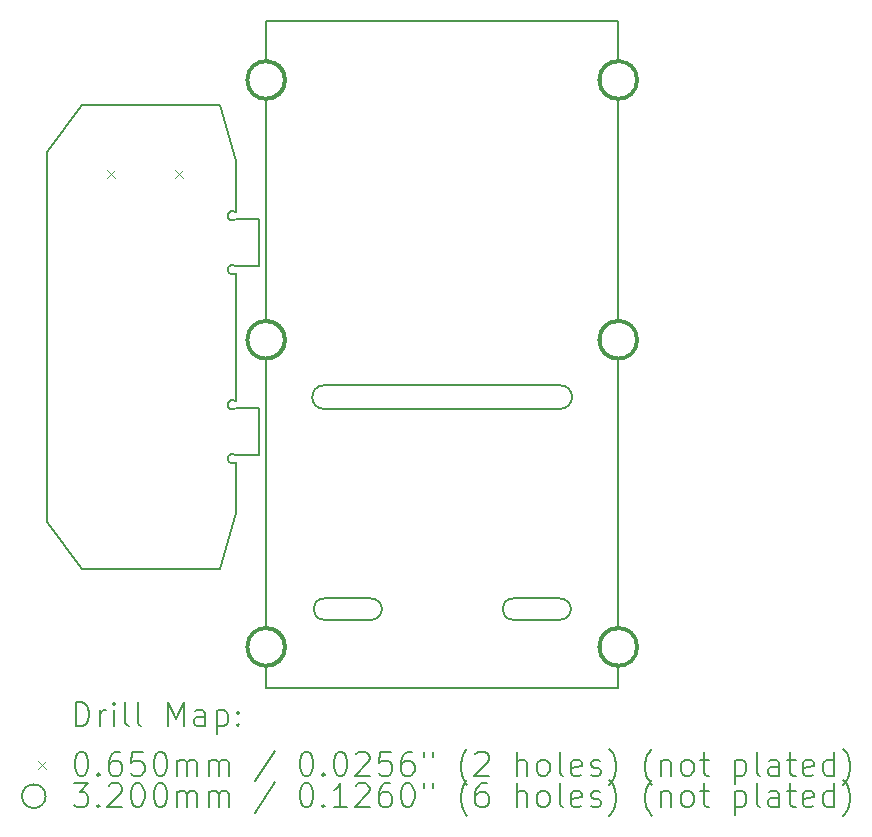
<source format=gbr>
%FSLAX45Y45*%
G04 Gerber Fmt 4.5, Leading zero omitted, Abs format (unit mm)*
G04 Created by KiCad (PCBNEW (6.0.0)) date 2022-07-15 20:41:04*
%MOMM*%
%LPD*%
G01*
G04 APERTURE LIST*
%TA.AperFunction,Profile*%
%ADD10C,0.200000*%
%TD*%
%ADD11C,0.200000*%
%ADD12C,0.065000*%
%ADD13C,0.320000*%
G04 APERTURE END LIST*
D10*
X16060584Y-11884220D02*
X15660584Y-11884220D01*
X13570584Y-9664220D02*
G75*
G03*
X13570584Y-9364220I1J150000D01*
G01*
X13312540Y-8436112D02*
X13312540Y-8002680D01*
X12012540Y-11457680D02*
X13179540Y-11457680D01*
X12012540Y-7527680D02*
X11712540Y-7927680D01*
X16550584Y-7164220D02*
G75*
G03*
X16550584Y-7464220I1J-150000D01*
G01*
X13570584Y-11964220D02*
X13570584Y-9664220D01*
X16060584Y-11884220D02*
G75*
G03*
X16060584Y-11704220I1J90000D01*
G01*
X16550584Y-9364220D02*
G75*
G03*
X16550584Y-9664220I1J-150000D01*
G01*
X13507540Y-10492680D02*
X13507540Y-10092680D01*
X11712540Y-7927680D02*
X11712540Y-11057680D01*
X13570584Y-7464220D02*
G75*
G03*
X13570584Y-7164220I1J150000D01*
G01*
X14460584Y-11884220D02*
X14060584Y-11884220D01*
X16550584Y-12464220D02*
X13570584Y-12464220D01*
X15660584Y-11704220D02*
X16060584Y-11704220D01*
X13507540Y-10092680D02*
X13312540Y-10092680D01*
X14060584Y-10099220D02*
X16060584Y-10099220D01*
X14460584Y-11884220D02*
G75*
G03*
X14460584Y-11704220I1J90000D01*
G01*
X13312540Y-10492680D02*
X13507540Y-10492680D01*
X13507540Y-8892680D02*
X13507540Y-8492680D01*
X13570584Y-12264220D02*
G75*
G03*
X13570584Y-11964220I1J150000D01*
G01*
X13507540Y-8492680D02*
X13312540Y-8492680D01*
X14060584Y-11704220D02*
G75*
G03*
X14060584Y-11884220I1J-90000D01*
G01*
X13312540Y-8002680D02*
X13179540Y-7527680D01*
X13570584Y-9364220D02*
X13570584Y-7464220D01*
X13312540Y-10492680D02*
G75*
G03*
X13312540Y-10549249I-28284J-28284D01*
G01*
X13312540Y-8436112D02*
G75*
G03*
X13312540Y-8492680I-28284J-28284D01*
G01*
X13570584Y-6814220D02*
X16550584Y-6814220D01*
X16550584Y-6814220D02*
X16550584Y-7164220D01*
X13312540Y-10036112D02*
G75*
G03*
X13312540Y-10092680I-28284J-28284D01*
G01*
X16550584Y-12264220D02*
X16550584Y-12464220D01*
X13570584Y-12464220D02*
X13570584Y-12264220D01*
X14060584Y-11704220D02*
X14460584Y-11704220D01*
X16550584Y-9664220D02*
X16550584Y-11964220D01*
X14060584Y-9899220D02*
G75*
G03*
X14060584Y-10099220I1J-100000D01*
G01*
X15660584Y-11704220D02*
G75*
G03*
X15660584Y-11884220I1J-90000D01*
G01*
X13570584Y-7164220D02*
X13570584Y-6814220D01*
X13312540Y-10036112D02*
X13312540Y-8949249D01*
X16060584Y-10099220D02*
G75*
G03*
X16060584Y-9899220I1J100000D01*
G01*
X16550584Y-7464220D02*
X16550584Y-9364220D01*
X13179540Y-11457680D02*
X13312540Y-10982680D01*
X16550584Y-11964220D02*
G75*
G03*
X16550584Y-12264220I1J-150000D01*
G01*
X13312540Y-8892680D02*
X13507540Y-8892680D01*
X13312540Y-8892680D02*
G75*
G03*
X13312540Y-8949249I-28284J-28284D01*
G01*
X16060584Y-9899220D02*
X14060584Y-9899220D01*
X11712540Y-11057680D02*
X12012540Y-11457680D01*
X13312540Y-10982680D02*
X13312540Y-10549249D01*
X13179540Y-7527680D02*
X12012540Y-7527680D01*
D11*
D12*
X12221400Y-8079700D02*
X12286400Y-8144700D01*
X12286400Y-8079700D02*
X12221400Y-8144700D01*
X12799400Y-8079700D02*
X12864400Y-8144700D01*
X12864400Y-8079700D02*
X12799400Y-8144700D01*
D13*
X13730584Y-7314220D02*
G75*
G03*
X13730584Y-7314220I-160000J0D01*
G01*
X13730584Y-9514220D02*
G75*
G03*
X13730584Y-9514220I-160000J0D01*
G01*
X13730584Y-12114220D02*
G75*
G03*
X13730584Y-12114220I-160000J0D01*
G01*
X16710584Y-7314220D02*
G75*
G03*
X16710584Y-7314220I-160000J0D01*
G01*
X16710584Y-9514220D02*
G75*
G03*
X16710584Y-9514220I-160000J0D01*
G01*
X16710584Y-12114220D02*
G75*
G03*
X16710584Y-12114220I-160000J0D01*
G01*
D11*
X11960159Y-12784696D02*
X11960159Y-12584696D01*
X12007778Y-12584696D01*
X12036349Y-12594220D01*
X12055397Y-12613268D01*
X12064921Y-12632315D01*
X12074445Y-12670410D01*
X12074445Y-12698982D01*
X12064921Y-12737077D01*
X12055397Y-12756125D01*
X12036349Y-12775172D01*
X12007778Y-12784696D01*
X11960159Y-12784696D01*
X12160159Y-12784696D02*
X12160159Y-12651363D01*
X12160159Y-12689458D02*
X12169683Y-12670410D01*
X12179207Y-12660887D01*
X12198254Y-12651363D01*
X12217302Y-12651363D01*
X12283968Y-12784696D02*
X12283968Y-12651363D01*
X12283968Y-12584696D02*
X12274445Y-12594220D01*
X12283968Y-12603744D01*
X12293492Y-12594220D01*
X12283968Y-12584696D01*
X12283968Y-12603744D01*
X12407778Y-12784696D02*
X12388730Y-12775172D01*
X12379207Y-12756125D01*
X12379207Y-12584696D01*
X12512540Y-12784696D02*
X12493492Y-12775172D01*
X12483968Y-12756125D01*
X12483968Y-12584696D01*
X12741111Y-12784696D02*
X12741111Y-12584696D01*
X12807778Y-12727553D01*
X12874445Y-12584696D01*
X12874445Y-12784696D01*
X13055397Y-12784696D02*
X13055397Y-12679934D01*
X13045873Y-12660887D01*
X13026826Y-12651363D01*
X12988730Y-12651363D01*
X12969683Y-12660887D01*
X13055397Y-12775172D02*
X13036349Y-12784696D01*
X12988730Y-12784696D01*
X12969683Y-12775172D01*
X12960159Y-12756125D01*
X12960159Y-12737077D01*
X12969683Y-12718029D01*
X12988730Y-12708506D01*
X13036349Y-12708506D01*
X13055397Y-12698982D01*
X13150635Y-12651363D02*
X13150635Y-12851363D01*
X13150635Y-12660887D02*
X13169683Y-12651363D01*
X13207778Y-12651363D01*
X13226826Y-12660887D01*
X13236349Y-12670410D01*
X13245873Y-12689458D01*
X13245873Y-12746601D01*
X13236349Y-12765648D01*
X13226826Y-12775172D01*
X13207778Y-12784696D01*
X13169683Y-12784696D01*
X13150635Y-12775172D01*
X13331588Y-12765648D02*
X13341111Y-12775172D01*
X13331588Y-12784696D01*
X13322064Y-12775172D01*
X13331588Y-12765648D01*
X13331588Y-12784696D01*
X13331588Y-12660887D02*
X13341111Y-12670410D01*
X13331588Y-12679934D01*
X13322064Y-12670410D01*
X13331588Y-12660887D01*
X13331588Y-12679934D01*
D12*
X11637540Y-13081720D02*
X11702540Y-13146720D01*
X11702540Y-13081720D02*
X11637540Y-13146720D01*
D11*
X11998254Y-13004696D02*
X12017302Y-13004696D01*
X12036349Y-13014220D01*
X12045873Y-13023744D01*
X12055397Y-13042791D01*
X12064921Y-13080887D01*
X12064921Y-13128506D01*
X12055397Y-13166601D01*
X12045873Y-13185648D01*
X12036349Y-13195172D01*
X12017302Y-13204696D01*
X11998254Y-13204696D01*
X11979207Y-13195172D01*
X11969683Y-13185648D01*
X11960159Y-13166601D01*
X11950635Y-13128506D01*
X11950635Y-13080887D01*
X11960159Y-13042791D01*
X11969683Y-13023744D01*
X11979207Y-13014220D01*
X11998254Y-13004696D01*
X12150635Y-13185648D02*
X12160159Y-13195172D01*
X12150635Y-13204696D01*
X12141111Y-13195172D01*
X12150635Y-13185648D01*
X12150635Y-13204696D01*
X12331588Y-13004696D02*
X12293492Y-13004696D01*
X12274445Y-13014220D01*
X12264921Y-13023744D01*
X12245873Y-13052315D01*
X12236349Y-13090410D01*
X12236349Y-13166601D01*
X12245873Y-13185648D01*
X12255397Y-13195172D01*
X12274445Y-13204696D01*
X12312540Y-13204696D01*
X12331588Y-13195172D01*
X12341111Y-13185648D01*
X12350635Y-13166601D01*
X12350635Y-13118982D01*
X12341111Y-13099934D01*
X12331588Y-13090410D01*
X12312540Y-13080887D01*
X12274445Y-13080887D01*
X12255397Y-13090410D01*
X12245873Y-13099934D01*
X12236349Y-13118982D01*
X12531588Y-13004696D02*
X12436349Y-13004696D01*
X12426826Y-13099934D01*
X12436349Y-13090410D01*
X12455397Y-13080887D01*
X12503016Y-13080887D01*
X12522064Y-13090410D01*
X12531588Y-13099934D01*
X12541111Y-13118982D01*
X12541111Y-13166601D01*
X12531588Y-13185648D01*
X12522064Y-13195172D01*
X12503016Y-13204696D01*
X12455397Y-13204696D01*
X12436349Y-13195172D01*
X12426826Y-13185648D01*
X12664921Y-13004696D02*
X12683968Y-13004696D01*
X12703016Y-13014220D01*
X12712540Y-13023744D01*
X12722064Y-13042791D01*
X12731588Y-13080887D01*
X12731588Y-13128506D01*
X12722064Y-13166601D01*
X12712540Y-13185648D01*
X12703016Y-13195172D01*
X12683968Y-13204696D01*
X12664921Y-13204696D01*
X12645873Y-13195172D01*
X12636349Y-13185648D01*
X12626826Y-13166601D01*
X12617302Y-13128506D01*
X12617302Y-13080887D01*
X12626826Y-13042791D01*
X12636349Y-13023744D01*
X12645873Y-13014220D01*
X12664921Y-13004696D01*
X12817302Y-13204696D02*
X12817302Y-13071363D01*
X12817302Y-13090410D02*
X12826826Y-13080887D01*
X12845873Y-13071363D01*
X12874445Y-13071363D01*
X12893492Y-13080887D01*
X12903016Y-13099934D01*
X12903016Y-13204696D01*
X12903016Y-13099934D02*
X12912540Y-13080887D01*
X12931588Y-13071363D01*
X12960159Y-13071363D01*
X12979207Y-13080887D01*
X12988730Y-13099934D01*
X12988730Y-13204696D01*
X13083968Y-13204696D02*
X13083968Y-13071363D01*
X13083968Y-13090410D02*
X13093492Y-13080887D01*
X13112540Y-13071363D01*
X13141111Y-13071363D01*
X13160159Y-13080887D01*
X13169683Y-13099934D01*
X13169683Y-13204696D01*
X13169683Y-13099934D02*
X13179207Y-13080887D01*
X13198254Y-13071363D01*
X13226826Y-13071363D01*
X13245873Y-13080887D01*
X13255397Y-13099934D01*
X13255397Y-13204696D01*
X13645873Y-12995172D02*
X13474445Y-13252315D01*
X13903016Y-13004696D02*
X13922064Y-13004696D01*
X13941111Y-13014220D01*
X13950635Y-13023744D01*
X13960159Y-13042791D01*
X13969683Y-13080887D01*
X13969683Y-13128506D01*
X13960159Y-13166601D01*
X13950635Y-13185648D01*
X13941111Y-13195172D01*
X13922064Y-13204696D01*
X13903016Y-13204696D01*
X13883968Y-13195172D01*
X13874445Y-13185648D01*
X13864921Y-13166601D01*
X13855397Y-13128506D01*
X13855397Y-13080887D01*
X13864921Y-13042791D01*
X13874445Y-13023744D01*
X13883968Y-13014220D01*
X13903016Y-13004696D01*
X14055397Y-13185648D02*
X14064921Y-13195172D01*
X14055397Y-13204696D01*
X14045873Y-13195172D01*
X14055397Y-13185648D01*
X14055397Y-13204696D01*
X14188730Y-13004696D02*
X14207778Y-13004696D01*
X14226826Y-13014220D01*
X14236349Y-13023744D01*
X14245873Y-13042791D01*
X14255397Y-13080887D01*
X14255397Y-13128506D01*
X14245873Y-13166601D01*
X14236349Y-13185648D01*
X14226826Y-13195172D01*
X14207778Y-13204696D01*
X14188730Y-13204696D01*
X14169683Y-13195172D01*
X14160159Y-13185648D01*
X14150635Y-13166601D01*
X14141111Y-13128506D01*
X14141111Y-13080887D01*
X14150635Y-13042791D01*
X14160159Y-13023744D01*
X14169683Y-13014220D01*
X14188730Y-13004696D01*
X14331588Y-13023744D02*
X14341111Y-13014220D01*
X14360159Y-13004696D01*
X14407778Y-13004696D01*
X14426826Y-13014220D01*
X14436349Y-13023744D01*
X14445873Y-13042791D01*
X14445873Y-13061839D01*
X14436349Y-13090410D01*
X14322064Y-13204696D01*
X14445873Y-13204696D01*
X14626826Y-13004696D02*
X14531588Y-13004696D01*
X14522064Y-13099934D01*
X14531588Y-13090410D01*
X14550635Y-13080887D01*
X14598254Y-13080887D01*
X14617302Y-13090410D01*
X14626826Y-13099934D01*
X14636349Y-13118982D01*
X14636349Y-13166601D01*
X14626826Y-13185648D01*
X14617302Y-13195172D01*
X14598254Y-13204696D01*
X14550635Y-13204696D01*
X14531588Y-13195172D01*
X14522064Y-13185648D01*
X14807778Y-13004696D02*
X14769683Y-13004696D01*
X14750635Y-13014220D01*
X14741111Y-13023744D01*
X14722064Y-13052315D01*
X14712540Y-13090410D01*
X14712540Y-13166601D01*
X14722064Y-13185648D01*
X14731588Y-13195172D01*
X14750635Y-13204696D01*
X14788730Y-13204696D01*
X14807778Y-13195172D01*
X14817302Y-13185648D01*
X14826826Y-13166601D01*
X14826826Y-13118982D01*
X14817302Y-13099934D01*
X14807778Y-13090410D01*
X14788730Y-13080887D01*
X14750635Y-13080887D01*
X14731588Y-13090410D01*
X14722064Y-13099934D01*
X14712540Y-13118982D01*
X14903016Y-13004696D02*
X14903016Y-13042791D01*
X14979207Y-13004696D02*
X14979207Y-13042791D01*
X15274445Y-13280887D02*
X15264921Y-13271363D01*
X15245873Y-13242791D01*
X15236349Y-13223744D01*
X15226826Y-13195172D01*
X15217302Y-13147553D01*
X15217302Y-13109458D01*
X15226826Y-13061839D01*
X15236349Y-13033268D01*
X15245873Y-13014220D01*
X15264921Y-12985648D01*
X15274445Y-12976125D01*
X15341111Y-13023744D02*
X15350635Y-13014220D01*
X15369683Y-13004696D01*
X15417302Y-13004696D01*
X15436349Y-13014220D01*
X15445873Y-13023744D01*
X15455397Y-13042791D01*
X15455397Y-13061839D01*
X15445873Y-13090410D01*
X15331588Y-13204696D01*
X15455397Y-13204696D01*
X15693492Y-13204696D02*
X15693492Y-13004696D01*
X15779207Y-13204696D02*
X15779207Y-13099934D01*
X15769683Y-13080887D01*
X15750635Y-13071363D01*
X15722064Y-13071363D01*
X15703016Y-13080887D01*
X15693492Y-13090410D01*
X15903016Y-13204696D02*
X15883968Y-13195172D01*
X15874445Y-13185648D01*
X15864921Y-13166601D01*
X15864921Y-13109458D01*
X15874445Y-13090410D01*
X15883968Y-13080887D01*
X15903016Y-13071363D01*
X15931588Y-13071363D01*
X15950635Y-13080887D01*
X15960159Y-13090410D01*
X15969683Y-13109458D01*
X15969683Y-13166601D01*
X15960159Y-13185648D01*
X15950635Y-13195172D01*
X15931588Y-13204696D01*
X15903016Y-13204696D01*
X16083968Y-13204696D02*
X16064921Y-13195172D01*
X16055397Y-13176125D01*
X16055397Y-13004696D01*
X16236349Y-13195172D02*
X16217302Y-13204696D01*
X16179207Y-13204696D01*
X16160159Y-13195172D01*
X16150635Y-13176125D01*
X16150635Y-13099934D01*
X16160159Y-13080887D01*
X16179207Y-13071363D01*
X16217302Y-13071363D01*
X16236349Y-13080887D01*
X16245873Y-13099934D01*
X16245873Y-13118982D01*
X16150635Y-13138029D01*
X16322064Y-13195172D02*
X16341111Y-13204696D01*
X16379207Y-13204696D01*
X16398254Y-13195172D01*
X16407778Y-13176125D01*
X16407778Y-13166601D01*
X16398254Y-13147553D01*
X16379207Y-13138029D01*
X16350635Y-13138029D01*
X16331588Y-13128506D01*
X16322064Y-13109458D01*
X16322064Y-13099934D01*
X16331588Y-13080887D01*
X16350635Y-13071363D01*
X16379207Y-13071363D01*
X16398254Y-13080887D01*
X16474445Y-13280887D02*
X16483968Y-13271363D01*
X16503016Y-13242791D01*
X16512540Y-13223744D01*
X16522064Y-13195172D01*
X16531588Y-13147553D01*
X16531588Y-13109458D01*
X16522064Y-13061839D01*
X16512540Y-13033268D01*
X16503016Y-13014220D01*
X16483968Y-12985648D01*
X16474445Y-12976125D01*
X16836350Y-13280887D02*
X16826826Y-13271363D01*
X16807778Y-13242791D01*
X16798254Y-13223744D01*
X16788730Y-13195172D01*
X16779207Y-13147553D01*
X16779207Y-13109458D01*
X16788730Y-13061839D01*
X16798254Y-13033268D01*
X16807778Y-13014220D01*
X16826826Y-12985648D01*
X16836350Y-12976125D01*
X16912540Y-13071363D02*
X16912540Y-13204696D01*
X16912540Y-13090410D02*
X16922064Y-13080887D01*
X16941111Y-13071363D01*
X16969683Y-13071363D01*
X16988730Y-13080887D01*
X16998254Y-13099934D01*
X16998254Y-13204696D01*
X17122064Y-13204696D02*
X17103016Y-13195172D01*
X17093492Y-13185648D01*
X17083969Y-13166601D01*
X17083969Y-13109458D01*
X17093492Y-13090410D01*
X17103016Y-13080887D01*
X17122064Y-13071363D01*
X17150635Y-13071363D01*
X17169683Y-13080887D01*
X17179207Y-13090410D01*
X17188730Y-13109458D01*
X17188730Y-13166601D01*
X17179207Y-13185648D01*
X17169683Y-13195172D01*
X17150635Y-13204696D01*
X17122064Y-13204696D01*
X17245873Y-13071363D02*
X17322064Y-13071363D01*
X17274445Y-13004696D02*
X17274445Y-13176125D01*
X17283969Y-13195172D01*
X17303016Y-13204696D01*
X17322064Y-13204696D01*
X17541111Y-13071363D02*
X17541111Y-13271363D01*
X17541111Y-13080887D02*
X17560159Y-13071363D01*
X17598254Y-13071363D01*
X17617302Y-13080887D01*
X17626826Y-13090410D01*
X17636350Y-13109458D01*
X17636350Y-13166601D01*
X17626826Y-13185648D01*
X17617302Y-13195172D01*
X17598254Y-13204696D01*
X17560159Y-13204696D01*
X17541111Y-13195172D01*
X17750635Y-13204696D02*
X17731588Y-13195172D01*
X17722064Y-13176125D01*
X17722064Y-13004696D01*
X17912540Y-13204696D02*
X17912540Y-13099934D01*
X17903016Y-13080887D01*
X17883969Y-13071363D01*
X17845873Y-13071363D01*
X17826826Y-13080887D01*
X17912540Y-13195172D02*
X17893492Y-13204696D01*
X17845873Y-13204696D01*
X17826826Y-13195172D01*
X17817302Y-13176125D01*
X17817302Y-13157077D01*
X17826826Y-13138029D01*
X17845873Y-13128506D01*
X17893492Y-13128506D01*
X17912540Y-13118982D01*
X17979207Y-13071363D02*
X18055397Y-13071363D01*
X18007778Y-13004696D02*
X18007778Y-13176125D01*
X18017302Y-13195172D01*
X18036350Y-13204696D01*
X18055397Y-13204696D01*
X18198254Y-13195172D02*
X18179207Y-13204696D01*
X18141111Y-13204696D01*
X18122064Y-13195172D01*
X18112540Y-13176125D01*
X18112540Y-13099934D01*
X18122064Y-13080887D01*
X18141111Y-13071363D01*
X18179207Y-13071363D01*
X18198254Y-13080887D01*
X18207778Y-13099934D01*
X18207778Y-13118982D01*
X18112540Y-13138029D01*
X18379207Y-13204696D02*
X18379207Y-13004696D01*
X18379207Y-13195172D02*
X18360159Y-13204696D01*
X18322064Y-13204696D01*
X18303016Y-13195172D01*
X18293492Y-13185648D01*
X18283969Y-13166601D01*
X18283969Y-13109458D01*
X18293492Y-13090410D01*
X18303016Y-13080887D01*
X18322064Y-13071363D01*
X18360159Y-13071363D01*
X18379207Y-13080887D01*
X18455397Y-13280887D02*
X18464921Y-13271363D01*
X18483969Y-13242791D01*
X18493492Y-13223744D01*
X18503016Y-13195172D01*
X18512540Y-13147553D01*
X18512540Y-13109458D01*
X18503016Y-13061839D01*
X18493492Y-13033268D01*
X18483969Y-13014220D01*
X18464921Y-12985648D01*
X18455397Y-12976125D01*
X11702540Y-13378220D02*
G75*
G03*
X11702540Y-13378220I-100000J0D01*
G01*
X11941111Y-13268696D02*
X12064921Y-13268696D01*
X11998254Y-13344887D01*
X12026826Y-13344887D01*
X12045873Y-13354410D01*
X12055397Y-13363934D01*
X12064921Y-13382982D01*
X12064921Y-13430601D01*
X12055397Y-13449648D01*
X12045873Y-13459172D01*
X12026826Y-13468696D01*
X11969683Y-13468696D01*
X11950635Y-13459172D01*
X11941111Y-13449648D01*
X12150635Y-13449648D02*
X12160159Y-13459172D01*
X12150635Y-13468696D01*
X12141111Y-13459172D01*
X12150635Y-13449648D01*
X12150635Y-13468696D01*
X12236349Y-13287744D02*
X12245873Y-13278220D01*
X12264921Y-13268696D01*
X12312540Y-13268696D01*
X12331588Y-13278220D01*
X12341111Y-13287744D01*
X12350635Y-13306791D01*
X12350635Y-13325839D01*
X12341111Y-13354410D01*
X12226826Y-13468696D01*
X12350635Y-13468696D01*
X12474445Y-13268696D02*
X12493492Y-13268696D01*
X12512540Y-13278220D01*
X12522064Y-13287744D01*
X12531588Y-13306791D01*
X12541111Y-13344887D01*
X12541111Y-13392506D01*
X12531588Y-13430601D01*
X12522064Y-13449648D01*
X12512540Y-13459172D01*
X12493492Y-13468696D01*
X12474445Y-13468696D01*
X12455397Y-13459172D01*
X12445873Y-13449648D01*
X12436349Y-13430601D01*
X12426826Y-13392506D01*
X12426826Y-13344887D01*
X12436349Y-13306791D01*
X12445873Y-13287744D01*
X12455397Y-13278220D01*
X12474445Y-13268696D01*
X12664921Y-13268696D02*
X12683968Y-13268696D01*
X12703016Y-13278220D01*
X12712540Y-13287744D01*
X12722064Y-13306791D01*
X12731588Y-13344887D01*
X12731588Y-13392506D01*
X12722064Y-13430601D01*
X12712540Y-13449648D01*
X12703016Y-13459172D01*
X12683968Y-13468696D01*
X12664921Y-13468696D01*
X12645873Y-13459172D01*
X12636349Y-13449648D01*
X12626826Y-13430601D01*
X12617302Y-13392506D01*
X12617302Y-13344887D01*
X12626826Y-13306791D01*
X12636349Y-13287744D01*
X12645873Y-13278220D01*
X12664921Y-13268696D01*
X12817302Y-13468696D02*
X12817302Y-13335363D01*
X12817302Y-13354410D02*
X12826826Y-13344887D01*
X12845873Y-13335363D01*
X12874445Y-13335363D01*
X12893492Y-13344887D01*
X12903016Y-13363934D01*
X12903016Y-13468696D01*
X12903016Y-13363934D02*
X12912540Y-13344887D01*
X12931588Y-13335363D01*
X12960159Y-13335363D01*
X12979207Y-13344887D01*
X12988730Y-13363934D01*
X12988730Y-13468696D01*
X13083968Y-13468696D02*
X13083968Y-13335363D01*
X13083968Y-13354410D02*
X13093492Y-13344887D01*
X13112540Y-13335363D01*
X13141111Y-13335363D01*
X13160159Y-13344887D01*
X13169683Y-13363934D01*
X13169683Y-13468696D01*
X13169683Y-13363934D02*
X13179207Y-13344887D01*
X13198254Y-13335363D01*
X13226826Y-13335363D01*
X13245873Y-13344887D01*
X13255397Y-13363934D01*
X13255397Y-13468696D01*
X13645873Y-13259172D02*
X13474445Y-13516315D01*
X13903016Y-13268696D02*
X13922064Y-13268696D01*
X13941111Y-13278220D01*
X13950635Y-13287744D01*
X13960159Y-13306791D01*
X13969683Y-13344887D01*
X13969683Y-13392506D01*
X13960159Y-13430601D01*
X13950635Y-13449648D01*
X13941111Y-13459172D01*
X13922064Y-13468696D01*
X13903016Y-13468696D01*
X13883968Y-13459172D01*
X13874445Y-13449648D01*
X13864921Y-13430601D01*
X13855397Y-13392506D01*
X13855397Y-13344887D01*
X13864921Y-13306791D01*
X13874445Y-13287744D01*
X13883968Y-13278220D01*
X13903016Y-13268696D01*
X14055397Y-13449648D02*
X14064921Y-13459172D01*
X14055397Y-13468696D01*
X14045873Y-13459172D01*
X14055397Y-13449648D01*
X14055397Y-13468696D01*
X14255397Y-13468696D02*
X14141111Y-13468696D01*
X14198254Y-13468696D02*
X14198254Y-13268696D01*
X14179207Y-13297268D01*
X14160159Y-13316315D01*
X14141111Y-13325839D01*
X14331588Y-13287744D02*
X14341111Y-13278220D01*
X14360159Y-13268696D01*
X14407778Y-13268696D01*
X14426826Y-13278220D01*
X14436349Y-13287744D01*
X14445873Y-13306791D01*
X14445873Y-13325839D01*
X14436349Y-13354410D01*
X14322064Y-13468696D01*
X14445873Y-13468696D01*
X14617302Y-13268696D02*
X14579207Y-13268696D01*
X14560159Y-13278220D01*
X14550635Y-13287744D01*
X14531588Y-13316315D01*
X14522064Y-13354410D01*
X14522064Y-13430601D01*
X14531588Y-13449648D01*
X14541111Y-13459172D01*
X14560159Y-13468696D01*
X14598254Y-13468696D01*
X14617302Y-13459172D01*
X14626826Y-13449648D01*
X14636349Y-13430601D01*
X14636349Y-13382982D01*
X14626826Y-13363934D01*
X14617302Y-13354410D01*
X14598254Y-13344887D01*
X14560159Y-13344887D01*
X14541111Y-13354410D01*
X14531588Y-13363934D01*
X14522064Y-13382982D01*
X14760159Y-13268696D02*
X14779207Y-13268696D01*
X14798254Y-13278220D01*
X14807778Y-13287744D01*
X14817302Y-13306791D01*
X14826826Y-13344887D01*
X14826826Y-13392506D01*
X14817302Y-13430601D01*
X14807778Y-13449648D01*
X14798254Y-13459172D01*
X14779207Y-13468696D01*
X14760159Y-13468696D01*
X14741111Y-13459172D01*
X14731588Y-13449648D01*
X14722064Y-13430601D01*
X14712540Y-13392506D01*
X14712540Y-13344887D01*
X14722064Y-13306791D01*
X14731588Y-13287744D01*
X14741111Y-13278220D01*
X14760159Y-13268696D01*
X14903016Y-13268696D02*
X14903016Y-13306791D01*
X14979207Y-13268696D02*
X14979207Y-13306791D01*
X15274445Y-13544887D02*
X15264921Y-13535363D01*
X15245873Y-13506791D01*
X15236349Y-13487744D01*
X15226826Y-13459172D01*
X15217302Y-13411553D01*
X15217302Y-13373458D01*
X15226826Y-13325839D01*
X15236349Y-13297268D01*
X15245873Y-13278220D01*
X15264921Y-13249648D01*
X15274445Y-13240125D01*
X15436349Y-13268696D02*
X15398254Y-13268696D01*
X15379207Y-13278220D01*
X15369683Y-13287744D01*
X15350635Y-13316315D01*
X15341111Y-13354410D01*
X15341111Y-13430601D01*
X15350635Y-13449648D01*
X15360159Y-13459172D01*
X15379207Y-13468696D01*
X15417302Y-13468696D01*
X15436349Y-13459172D01*
X15445873Y-13449648D01*
X15455397Y-13430601D01*
X15455397Y-13382982D01*
X15445873Y-13363934D01*
X15436349Y-13354410D01*
X15417302Y-13344887D01*
X15379207Y-13344887D01*
X15360159Y-13354410D01*
X15350635Y-13363934D01*
X15341111Y-13382982D01*
X15693492Y-13468696D02*
X15693492Y-13268696D01*
X15779207Y-13468696D02*
X15779207Y-13363934D01*
X15769683Y-13344887D01*
X15750635Y-13335363D01*
X15722064Y-13335363D01*
X15703016Y-13344887D01*
X15693492Y-13354410D01*
X15903016Y-13468696D02*
X15883968Y-13459172D01*
X15874445Y-13449648D01*
X15864921Y-13430601D01*
X15864921Y-13373458D01*
X15874445Y-13354410D01*
X15883968Y-13344887D01*
X15903016Y-13335363D01*
X15931588Y-13335363D01*
X15950635Y-13344887D01*
X15960159Y-13354410D01*
X15969683Y-13373458D01*
X15969683Y-13430601D01*
X15960159Y-13449648D01*
X15950635Y-13459172D01*
X15931588Y-13468696D01*
X15903016Y-13468696D01*
X16083968Y-13468696D02*
X16064921Y-13459172D01*
X16055397Y-13440125D01*
X16055397Y-13268696D01*
X16236349Y-13459172D02*
X16217302Y-13468696D01*
X16179207Y-13468696D01*
X16160159Y-13459172D01*
X16150635Y-13440125D01*
X16150635Y-13363934D01*
X16160159Y-13344887D01*
X16179207Y-13335363D01*
X16217302Y-13335363D01*
X16236349Y-13344887D01*
X16245873Y-13363934D01*
X16245873Y-13382982D01*
X16150635Y-13402029D01*
X16322064Y-13459172D02*
X16341111Y-13468696D01*
X16379207Y-13468696D01*
X16398254Y-13459172D01*
X16407778Y-13440125D01*
X16407778Y-13430601D01*
X16398254Y-13411553D01*
X16379207Y-13402029D01*
X16350635Y-13402029D01*
X16331588Y-13392506D01*
X16322064Y-13373458D01*
X16322064Y-13363934D01*
X16331588Y-13344887D01*
X16350635Y-13335363D01*
X16379207Y-13335363D01*
X16398254Y-13344887D01*
X16474445Y-13544887D02*
X16483968Y-13535363D01*
X16503016Y-13506791D01*
X16512540Y-13487744D01*
X16522064Y-13459172D01*
X16531588Y-13411553D01*
X16531588Y-13373458D01*
X16522064Y-13325839D01*
X16512540Y-13297268D01*
X16503016Y-13278220D01*
X16483968Y-13249648D01*
X16474445Y-13240125D01*
X16836350Y-13544887D02*
X16826826Y-13535363D01*
X16807778Y-13506791D01*
X16798254Y-13487744D01*
X16788730Y-13459172D01*
X16779207Y-13411553D01*
X16779207Y-13373458D01*
X16788730Y-13325839D01*
X16798254Y-13297268D01*
X16807778Y-13278220D01*
X16826826Y-13249648D01*
X16836350Y-13240125D01*
X16912540Y-13335363D02*
X16912540Y-13468696D01*
X16912540Y-13354410D02*
X16922064Y-13344887D01*
X16941111Y-13335363D01*
X16969683Y-13335363D01*
X16988730Y-13344887D01*
X16998254Y-13363934D01*
X16998254Y-13468696D01*
X17122064Y-13468696D02*
X17103016Y-13459172D01*
X17093492Y-13449648D01*
X17083969Y-13430601D01*
X17083969Y-13373458D01*
X17093492Y-13354410D01*
X17103016Y-13344887D01*
X17122064Y-13335363D01*
X17150635Y-13335363D01*
X17169683Y-13344887D01*
X17179207Y-13354410D01*
X17188730Y-13373458D01*
X17188730Y-13430601D01*
X17179207Y-13449648D01*
X17169683Y-13459172D01*
X17150635Y-13468696D01*
X17122064Y-13468696D01*
X17245873Y-13335363D02*
X17322064Y-13335363D01*
X17274445Y-13268696D02*
X17274445Y-13440125D01*
X17283969Y-13459172D01*
X17303016Y-13468696D01*
X17322064Y-13468696D01*
X17541111Y-13335363D02*
X17541111Y-13535363D01*
X17541111Y-13344887D02*
X17560159Y-13335363D01*
X17598254Y-13335363D01*
X17617302Y-13344887D01*
X17626826Y-13354410D01*
X17636350Y-13373458D01*
X17636350Y-13430601D01*
X17626826Y-13449648D01*
X17617302Y-13459172D01*
X17598254Y-13468696D01*
X17560159Y-13468696D01*
X17541111Y-13459172D01*
X17750635Y-13468696D02*
X17731588Y-13459172D01*
X17722064Y-13440125D01*
X17722064Y-13268696D01*
X17912540Y-13468696D02*
X17912540Y-13363934D01*
X17903016Y-13344887D01*
X17883969Y-13335363D01*
X17845873Y-13335363D01*
X17826826Y-13344887D01*
X17912540Y-13459172D02*
X17893492Y-13468696D01*
X17845873Y-13468696D01*
X17826826Y-13459172D01*
X17817302Y-13440125D01*
X17817302Y-13421077D01*
X17826826Y-13402029D01*
X17845873Y-13392506D01*
X17893492Y-13392506D01*
X17912540Y-13382982D01*
X17979207Y-13335363D02*
X18055397Y-13335363D01*
X18007778Y-13268696D02*
X18007778Y-13440125D01*
X18017302Y-13459172D01*
X18036350Y-13468696D01*
X18055397Y-13468696D01*
X18198254Y-13459172D02*
X18179207Y-13468696D01*
X18141111Y-13468696D01*
X18122064Y-13459172D01*
X18112540Y-13440125D01*
X18112540Y-13363934D01*
X18122064Y-13344887D01*
X18141111Y-13335363D01*
X18179207Y-13335363D01*
X18198254Y-13344887D01*
X18207778Y-13363934D01*
X18207778Y-13382982D01*
X18112540Y-13402029D01*
X18379207Y-13468696D02*
X18379207Y-13268696D01*
X18379207Y-13459172D02*
X18360159Y-13468696D01*
X18322064Y-13468696D01*
X18303016Y-13459172D01*
X18293492Y-13449648D01*
X18283969Y-13430601D01*
X18283969Y-13373458D01*
X18293492Y-13354410D01*
X18303016Y-13344887D01*
X18322064Y-13335363D01*
X18360159Y-13335363D01*
X18379207Y-13344887D01*
X18455397Y-13544887D02*
X18464921Y-13535363D01*
X18483969Y-13506791D01*
X18493492Y-13487744D01*
X18503016Y-13459172D01*
X18512540Y-13411553D01*
X18512540Y-13373458D01*
X18503016Y-13325839D01*
X18493492Y-13297268D01*
X18483969Y-13278220D01*
X18464921Y-13249648D01*
X18455397Y-13240125D01*
M02*

</source>
